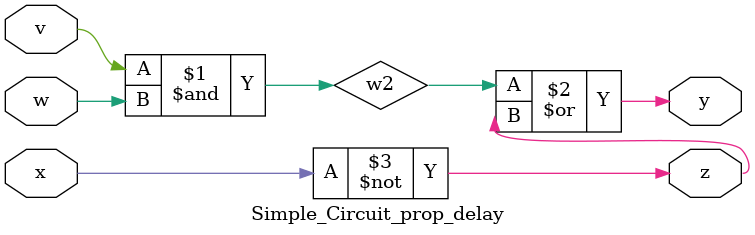
<source format=v>
module Simple_Circuit_prop_delay (v, w, x, y, z);
  output y, z;
  input  v, w, x;
  wire   w2;

  and  #(30) G1 (w2, v, w);
  not  #(10) G2 (z, x);
  or   #(20) G3 (y, w2, z);
endmodule

</source>
